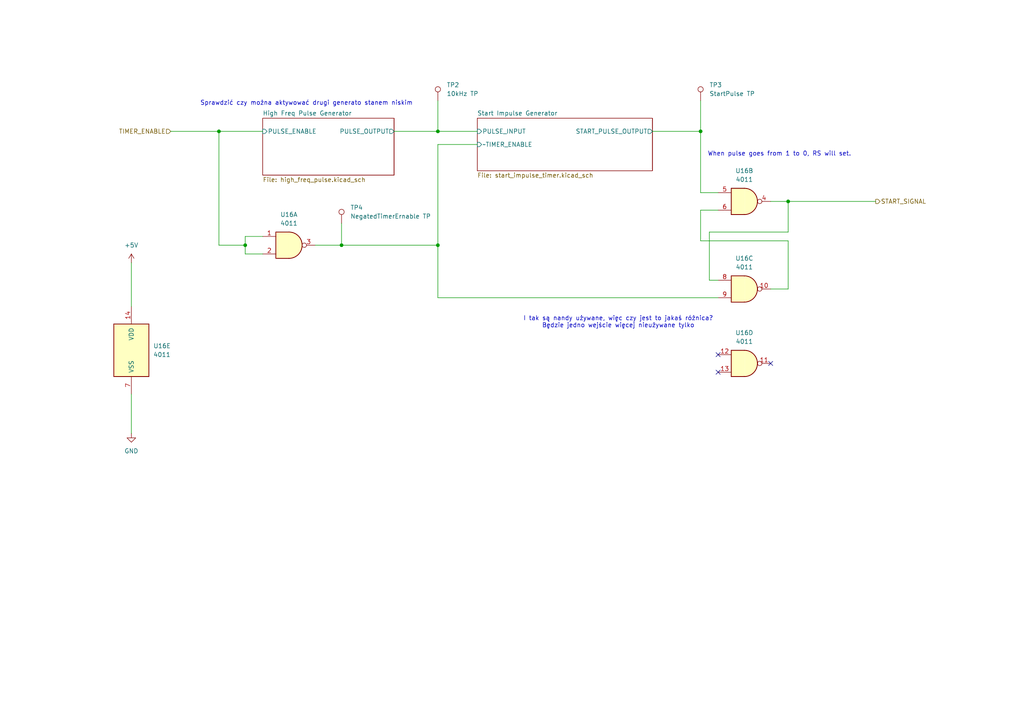
<source format=kicad_sch>
(kicad_sch (version 20231120) (generator "eeschema") (generator_version "8.0")
  (paper "A4")
  (lib_symbols
    (symbol "4xxx:4011" (pin_names (offset 1.016))
      (property "Reference" "U" (at 0 1.27 0))
      (property "Value" "4011" (at 0 -1.27 0))
      (symbol "4011_1_1"
        (arc (start 0 -3.81) (mid 3.7934 0) (end 0 3.81) (stroke (width 0.254)) (fill (type background)))
        (polyline (pts (xy 0 3.81) (xy -3.81 3.81) (xy -3.81 -3.81) (xy 0 -3.81)) (stroke (width 0.254)) (fill (type background)))
        (pin input line (at -7.62 2.54 0) (length 3.81) (name "~") (number "1"))
        (pin input line (at -7.62 -2.54 0) (length 3.81) (name "~") (number "2"))
        (pin output inverted (at 7.62 0 180) (length 3.81) (name "~") (number "3"))
      )
      (symbol "4011_1_2"
        (arc (start -3.81 -3.81) (mid -2.589 0) (end -3.81 3.81) (stroke (width 0.254)))
        (arc (start -0.6096 -3.81) (mid 2.1842 -2.5851) (end 3.81 0) (stroke (width 0.254)) (fill (type background)))
        (polyline (pts (xy -3.81 -3.81) (xy -0.635 -3.81)) (stroke (width 0.254)) (fill (type background)))
        (polyline (pts (xy -3.81 3.81) (xy -0.635 3.81)) (stroke (width 0.254)) (fill (type background)))
        (polyline (pts (xy -0.635 3.81) (xy -3.81 3.81) (xy -3.81 3.81) (xy -3.556 3.4036) (xy -3.0226 2.2606) (xy -2.6924 1.0414) (xy -2.6162 -0.254) (xy -2.7686 -1.4986) (xy -3.175 -2.7178) (xy -3.81 -3.81) (xy -3.81 -3.81) (xy -0.635 -3.81)) (stroke (width -25.4)) (fill (type background)))
        (arc (start 3.81 0) (mid 2.1915 2.5936) (end -0.6096 3.81) (stroke (width 0.254)) (fill (type background)))
        (pin input inverted (at -7.62 2.54 0) (length 4.318) (name "~") (number "1"))
        (pin input inverted (at -7.62 -2.54 0) (length 4.318) (name "~") (number "2"))
        (pin output line (at 7.62 0 180) (length 3.81) (name "~") (number "3"))
      )
      (symbol "4011_2_1"
        (arc (start 0 -3.81) (mid 3.7934 0) (end 0 3.81) (stroke (width 0.254)) (fill (type background)))
        (polyline (pts (xy 0 3.81) (xy -3.81 3.81) (xy -3.81 -3.81) (xy 0 -3.81)) (stroke (width 0.254)) (fill (type background)))
        (pin output inverted (at 7.62 0 180) (length 3.81) (name "~") (number "4"))
        (pin input line (at -7.62 2.54 0) (length 3.81) (name "~") (number "5"))
        (pin input line (at -7.62 -2.54 0) (length 3.81) (name "~") (number "6"))
      )
      (symbol "4011_2_2"
        (arc (start -3.81 -3.81) (mid -2.589 0) (end -3.81 3.81) (stroke (width 0.254)))
        (arc (start -0.6096 -3.81) (mid 2.1842 -2.5851) (end 3.81 0) (stroke (width 0.254)) (fill (type background)))
        (polyline (pts (xy -3.81 -3.81) (xy -0.635 -3.81)) (stroke (width 0.254)) (fill (type background)))
        (polyline (pts (xy -3.81 3.81) (xy -0.635 3.81)) (stroke (width 0.254)) (fill (type background)))
        (polyline (pts (xy -0.635 3.81) (xy -3.81 3.81) (xy -3.81 3.81) (xy -3.556 3.4036) (xy -3.0226 2.2606) (xy -2.6924 1.0414) (xy -2.6162 -0.254) (xy -2.7686 -1.4986) (xy -3.175 -2.7178) (xy -3.81 -3.81) (xy -3.81 -3.81) (xy -0.635 -3.81)) (stroke (width -25.4)) (fill (type background)))
        (arc (start 3.81 0) (mid 2.1915 2.5936) (end -0.6096 3.81) (stroke (width 0.254)) (fill (type background)))
        (pin output line (at 7.62 0 180) (length 3.81) (name "~") (number "4"))
        (pin input inverted (at -7.62 2.54 0) (length 4.318) (name "~") (number "5"))
        (pin input inverted (at -7.62 -2.54 0) (length 4.318) (name "~") (number "6"))
      )
      (symbol "4011_3_1"
        (arc (start 0 -3.81) (mid 3.7934 0) (end 0 3.81) (stroke (width 0.254)) (fill (type background)))
        (polyline (pts (xy 0 3.81) (xy -3.81 3.81) (xy -3.81 -3.81) (xy 0 -3.81)) (stroke (width 0.254)) (fill (type background)))
        (pin output inverted (at 7.62 0 180) (length 3.81) (name "~") (number "10"))
        (pin input line (at -7.62 2.54 0) (length 3.81) (name "~") (number "8"))
        (pin input line (at -7.62 -2.54 0) (length 3.81) (name "~") (number "9"))
      )
      (symbol "4011_3_2"
        (arc (start -3.81 -3.81) (mid -2.589 0) (end -3.81 3.81) (stroke (width 0.254)))
        (arc (start -0.6096 -3.81) (mid 2.1842 -2.5851) (end 3.81 0) (stroke (width 0.254)) (fill (type background)))
        (polyline (pts (xy -3.81 -3.81) (xy -0.635 -3.81)) (stroke (width 0.254)) (fill (type background)))
        (polyline (pts (xy -3.81 3.81) (xy -0.635 3.81)) (stroke (width 0.254)) (fill (type background)))
        (polyline (pts (xy -0.635 3.81) (xy -3.81 3.81) (xy -3.81 3.81) (xy -3.556 3.4036) (xy -3.0226 2.2606) (xy -2.6924 1.0414) (xy -2.6162 -0.254) (xy -2.7686 -1.4986) (xy -3.175 -2.7178) (xy -3.81 -3.81) (xy -3.81 -3.81) (xy -0.635 -3.81)) (stroke (width -25.4)) (fill (type background)))
        (arc (start 3.81 0) (mid 2.1915 2.5936) (end -0.6096 3.81) (stroke (width 0.254)) (fill (type background)))
        (pin output line (at 7.62 0 180) (length 3.81) (name "~") (number "10"))
        (pin input inverted (at -7.62 2.54 0) (length 4.318) (name "~") (number "8"))
        (pin input inverted (at -7.62 -2.54 0) (length 4.318) (name "~") (number "9"))
      )
      (symbol "4011_4_1"
        (arc (start 0 -3.81) (mid 3.7934 0) (end 0 3.81) (stroke (width 0.254)) (fill (type background)))
        (polyline (pts (xy 0 3.81) (xy -3.81 3.81) (xy -3.81 -3.81) (xy 0 -3.81)) (stroke (width 0.254)) (fill (type background)))
        (pin output inverted (at 7.62 0 180) (length 3.81) (name "~") (number "11"))
        (pin input line (at -7.62 2.54 0) (length 3.81) (name "~") (number "12"))
        (pin input line (at -7.62 -2.54 0) (length 3.81) (name "~") (number "13"))
      )
      (symbol "4011_4_2"
        (arc (start -3.81 -3.81) (mid -2.589 0) (end -3.81 3.81) (stroke (width 0.254)))
        (arc (start -0.6096 -3.81) (mid 2.1842 -2.5851) (end 3.81 0) (stroke (width 0.254)) (fill (type background)))
        (polyline (pts (xy -3.81 -3.81) (xy -0.635 -3.81)) (stroke (width 0.254)) (fill (type background)))
        (polyline (pts (xy -3.81 3.81) (xy -0.635 3.81)) (stroke (width 0.254)) (fill (type background)))
        (polyline (pts (xy -0.635 3.81) (xy -3.81 3.81) (xy -3.81 3.81) (xy -3.556 3.4036) (xy -3.0226 2.2606) (xy -2.6924 1.0414) (xy -2.6162 -0.254) (xy -2.7686 -1.4986) (xy -3.175 -2.7178) (xy -3.81 -3.81) (xy -3.81 -3.81) (xy -0.635 -3.81)) (stroke (width -25.4)) (fill (type background)))
        (arc (start 3.81 0) (mid 2.1915 2.5936) (end -0.6096 3.81) (stroke (width 0.254)) (fill (type background)))
        (pin output line (at 7.62 0 180) (length 3.81) (name "~") (number "11"))
        (pin input inverted (at -7.62 2.54 0) (length 4.318) (name "~") (number "12"))
        (pin input inverted (at -7.62 -2.54 0) (length 4.318) (name "~") (number "13"))
      )
      (symbol "4011_5_0"
        (pin power_in line (at 0 12.7 270) (length 5.08) (name "VDD") (number "14"))
        (pin power_in line (at 0 -12.7 90) (length 5.08) (name "VSS") (number "7"))
      )
      (symbol "4011_5_1"
        (rectangle (start -5.08 7.62) (end 5.08 -7.62) (stroke (width 0.254)) (fill (type background)))
      )
    )
    (symbol "Connector:TestPoint" (pin_numbers hide) (pin_names (offset 0.762) hide)
      (property "Reference" "TP" (at 0 6.858 0))
      (property "Value" "TestPoint" (at 0 5.08 0))
      (symbol "TestPoint_0_1"
        (circle (center 0 3.302) (radius 0.762))
      )
      (symbol "TestPoint_1_1"
        (pin passive line (at 0 0 90) (length 2.54) (name "1") (number "1"))
      )
    )
    (symbol "power:+5V" (power) (pin_numbers hide) (pin_names (offset 0) hide)
      (property "Value" "+5V" (at 0 3.556 0))
      (symbol "+5V_0_1"
        (polyline (pts (xy -0.762 1.27) (xy 0 2.54)))
        (polyline (pts (xy 0 0) (xy 0 2.54)))
        (polyline (pts (xy 0 2.54) (xy 0.762 1.27)))
      )
      (symbol "+5V_1_1"
        (pin power_in line (at 0 0 90) (length 0) (name "~") (number "1"))
      )
    )
    (symbol "power:GND" (power) (pin_numbers hide) (pin_names (offset 0) hide)
      (property "Value" "GND" (at 0 -3.81 0))
      (symbol "GND_0_1"
        (polyline (pts (xy 0 0) (xy 0 -1.27) (xy 1.27 -1.27) (xy 0 -2.54) (xy -1.27 -1.27) (xy 0 -1.27)))
      )
      (symbol "GND_1_1"
        (pin power_in line (at 0 0 270) (length 0) (name "~") (number "1"))
      )
    )
  )
  (junction (at 203.2 38.1))
  (junction (at 63.5 38.1))
  (junction (at 99.06 71.12))
  (junction (at 127 38.1))
  (junction (at 71.12 71.12))
  (junction (at 228.6 58.42))
  (junction (at 127 71.12))
  (no_connect (at 208.28 107.95))
  (no_connect (at 223.52 105.41))
  (no_connect (at 208.28 102.87))
  (wire (pts (xy 228.6 58.42) (xy 228.6 67.31)))
  (wire (pts (xy 223.52 58.42) (xy 228.6 58.42)))
  (wire (pts (xy 203.2 38.1) (xy 189.23 38.1)))
  (wire (pts (xy 99.06 64.77) (xy 99.06 71.12)))
  (wire (pts (xy 203.2 60.96) (xy 208.28 60.96)))
  (wire (pts (xy 63.5 71.12) (xy 71.12 71.12)))
  (wire (pts (xy 99.06 71.12) (xy 127 71.12)))
  (wire (pts (xy 203.2 69.85) (xy 203.2 60.96)))
  (wire (pts (xy 127 38.1) (xy 138.43 38.1)))
  (wire (pts (xy 228.6 67.31) (xy 205.74 67.31)))
  (wire (pts (xy 203.2 29.21) (xy 203.2 38.1)))
  (wire (pts (xy 228.6 58.42) (xy 254 58.42)))
  (wire (pts (xy 114.3 38.1) (xy 127 38.1)))
  (wire (pts (xy 228.6 69.85) (xy 203.2 69.85)))
  (wire (pts (xy 127 86.36) (xy 208.28 86.36)))
  (wire (pts (xy 208.28 55.88) (xy 203.2 55.88)))
  (wire (pts (xy 71.12 73.66) (xy 71.12 71.12)))
  (wire (pts (xy 38.1 114.3) (xy 38.1 125.73)))
  (wire (pts (xy 71.12 71.12) (xy 71.12 68.58)))
  (wire (pts (xy 127 71.12) (xy 127 41.91)))
  (wire (pts (xy 38.1 76.2) (xy 38.1 88.9)))
  (wire (pts (xy 223.52 83.82) (xy 228.6 83.82)))
  (wire (pts (xy 76.2 73.66) (xy 71.12 73.66)))
  (wire (pts (xy 127 41.91) (xy 138.43 41.91)))
  (wire (pts (xy 205.74 81.28) (xy 208.28 81.28)))
  (wire (pts (xy 203.2 55.88) (xy 203.2 38.1)))
  (wire (pts (xy 127 86.36) (xy 127 71.12)))
  (wire (pts (xy 127 29.21) (xy 127 38.1)))
  (wire (pts (xy 63.5 38.1) (xy 76.2 38.1)))
  (wire (pts (xy 205.74 67.31) (xy 205.74 81.28)))
  (wire (pts (xy 71.12 68.58) (xy 76.2 68.58)))
  (wire (pts (xy 228.6 83.82) (xy 228.6 69.85)))
  (wire (pts (xy 63.5 38.1) (xy 63.5 71.12)))
  (wire (pts (xy 49.53 38.1) (xy 63.5 38.1)))
  (wire (pts (xy 91.44 71.12) (xy 99.06 71.12)))
  (text "I tak są nandy używane, więc czy jest to jakaś różnica?\nBędzie jedno wejście więcej nieużywane tylko" (at 179.324 93.472 0) (effects (font (size 1.27 1.27))))
  (text "Sprawdzić czy można aktywować drugi generato stanem niskim" (at 88.9 29.972 0) (effects (font (size 1.27 1.27))))
  (text "When pulse goes from 1 to 0, RS will set." (at 226.06 44.704 0) (effects (font (size 1.27 1.27))))
  (hierarchical_label "START_SIGNAL" (shape output) (at 254 58.42 0))
  (hierarchical_label "TIMER_ENABLE" (shape input) (at 49.53 38.1 180))
  (symbol (lib_id "4xxx:4011") (at 38.1 101.6 0) (unit 5)
    (property "Reference" "U16" (at 44.45 100.3299 0) (effects (justify left)))
    (property "Value" "4011" (at 44.45 102.8699 0) (effects (justify left)))
    (property "Footprint" "Package_DIP:DIP-14_W7.62mm" (effects (hide yes)))
    (property "Datasheet" "http://www.intersil.com/content/dam/Intersil/documents/cd40/cd4011bms-12bms-23bms.pdf" (effects (hide yes)))
    (property "Description" "Quad Nand 2 inputs" (effects (hide yes)))
  )
  (symbol (lib_id "4xxx:4011") (at 215.9 105.41 0) (unit 4)
    (property "Reference" "U16" (at 215.8917 96.52 0))
    (property "Value" "4011" (at 215.8917 99.06 0))
    (property "Footprint" "Package_DIP:DIP-14_W7.62mm" (effects (hide yes)))
    (property "Datasheet" "http://www.intersil.com/content/dam/Intersil/documents/cd40/cd4011bms-12bms-23bms.pdf" (effects (hide yes)))
    (property "Description" "Quad Nand 2 inputs" (effects (hide yes)))
  )
  (symbol (lib_id "4xxx:4011") (at 215.9 58.42 0) (unit 2)
    (property "Reference" "U16" (at 215.8917 49.53 0))
    (property "Value" "4011" (at 215.8917 52.07 0))
    (property "Footprint" "Package_DIP:DIP-14_W7.62mm" (effects (hide yes)))
    (property "Datasheet" "http://www.intersil.com/content/dam/Intersil/documents/cd40/cd4011bms-12bms-23bms.pdf" (effects (hide yes)))
    (property "Description" "Quad Nand 2 inputs" (effects (hide yes)))
  )
  (symbol (lib_id "Connector:TestPoint") (at 203.2 29.21 0) (unit 1)
    (property "Reference" "TP3" (at 205.74 24.6379 0) (effects (justify left)))
    (property "Value" "StartPulse TP" (at 205.74 27.1779 0) (effects (justify left)))
    (property "Footprint" "Connector_PinHeader_2.54mm:PinHeader_1x01_P2.54mm_Vertical" (effects (hide yes)))
    (property "Description" "test point" (effects (hide yes)))
  )
  (symbol (lib_id "power:GND") (at 38.1 125.73 0) (unit 1)
    (property "Reference" "#PWR012" (effects (hide yes)))
    (property "Value" "GND" (at 38.1 130.81 0))
    (property "Description" "Power symbol creates a global label with name \"GND\" , ground" (effects (hide yes)))
  )
  (symbol (lib_id "power:+5V") (at 38.1 76.2 0) (unit 1)
    (property "Reference" "#PWR011" (effects (hide yes)))
    (property "Value" "+5V" (at 38.1 71.12 0))
    (property "Description" "Power symbol creates a global label with name \"+5V\"" (effects (hide yes)))
  )
  (symbol (lib_id "4xxx:4011") (at 83.82 71.12 0) (unit 1)
    (property "Reference" "U16" (at 83.8117 62.23 0))
    (property "Value" "4011" (at 83.8117 64.77 0))
    (property "Footprint" "Package_DIP:DIP-14_W7.62mm" (effects (hide yes)))
    (property "Datasheet" "http://www.intersil.com/content/dam/Intersil/documents/cd40/cd4011bms-12bms-23bms.pdf" (effects (hide yes)))
    (property "Description" "Quad Nand 2 inputs" (effects (hide yes)))
  )
  (symbol (lib_id "Connector:TestPoint") (at 127 29.21 0) (unit 1)
    (property "Reference" "TP2" (at 129.54 24.6379 0) (effects (justify left)))
    (property "Value" "10kHz TP" (at 129.54 27.1779 0) (effects (justify left)))
    (property "Footprint" "Connector_PinHeader_2.54mm:PinHeader_1x01_P2.54mm_Vertical" (effects (hide yes)))
    (property "Description" "test point" (effects (hide yes)))
  )
  (symbol (lib_id "4xxx:4011") (at 215.9 83.82 0) (unit 3)
    (property "Reference" "U16" (at 215.8917 74.93 0))
    (property "Value" "4011" (at 215.8917 77.47 0))
    (property "Footprint" "Package_DIP:DIP-14_W7.62mm" (effects (hide yes)))
    (property "Datasheet" "http://www.intersil.com/content/dam/Intersil/documents/cd40/cd4011bms-12bms-23bms.pdf" (effects (hide yes)))
    (property "Description" "Quad Nand 2 inputs" (effects (hide yes)))
  )
  (symbol (lib_id "Connector:TestPoint") (at 99.06 64.77 0) (unit 1)
    (property "Reference" "TP4" (at 101.6 60.1979 0) (effects (justify left)))
    (property "Value" "NegatedTimerErnable TP" (at 101.6 62.7379 0) (effects (justify left)))
    (property "Footprint" "Connector_PinHeader_2.54mm:PinHeader_1x01_P2.54mm_Vertical" (effects (hide yes)))
    (property "Description" "test point" (effects (hide yes)))
  )
  (sheet (at 76.2 34.29) (size 38.1 16.51) (stroke (width 0.1524))
    (property "Sheetname" "High Freq Pulse Generator" (at 76.2 33.5784 0) (effects (justify left bottom)))
    (property "Sheetfile" "high_freq_pulse.kicad_sch" (at 76.2 51.3846 0) (effects (justify left top)))
    (pin "PULSE_ENABLE" input (at 76.2 38.1 180))
    (pin "PULSE_OUTPUT" output (at 114.3 38.1 0))
  )
  (sheet (at 138.43 34.29) (size 50.8 15.24) (stroke (width 0.1524))
    (property "Sheetname" "Start Impulse Generator" (at 138.43 33.5784 0) (effects (justify left bottom)))
    (property "Sheetfile" "start_impulse_timer.kicad_sch" (at 138.43 50.1146 0) (effects (justify left top)))
    (pin "START_PULSE_OUTPUT" output (at 189.23 38.1 0))
    (pin "~TIMER_ENABLE" input (at 138.43 41.91 180))
    (pin "PULSE_INPUT" input (at 138.43 38.1 180))
  )
)
</source>
